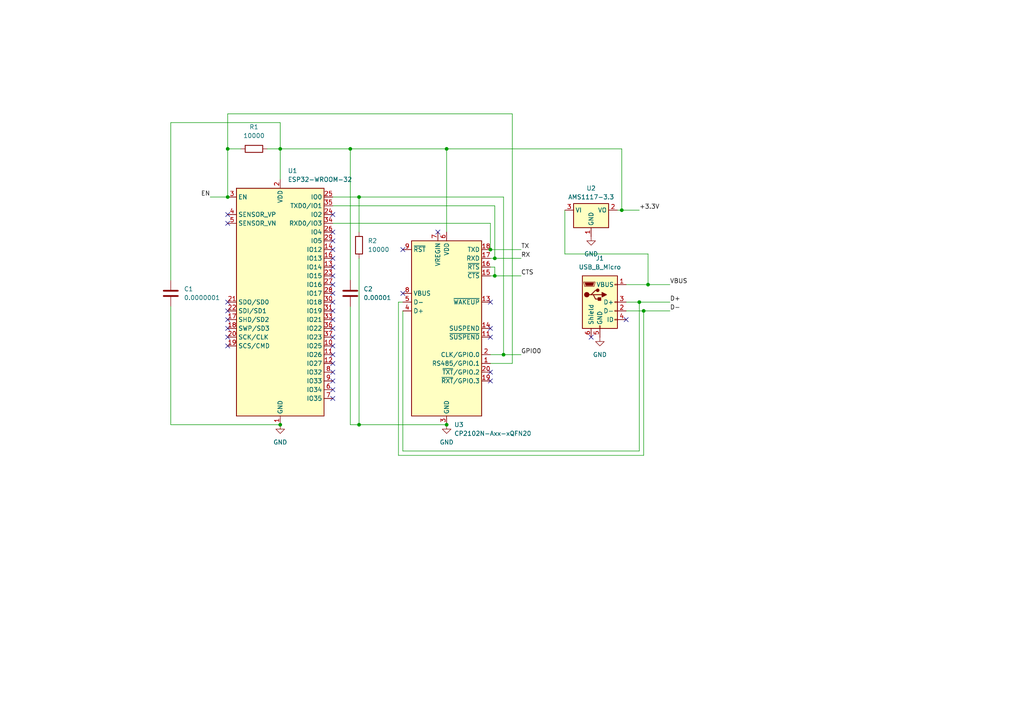
<source format=kicad_sch>
(kicad_sch (version 20231120) (generator "eeschema") (generator_version "8.0")
  (paper "A4")
  (lib_symbols
    (symbol "Connector:USB_B_Micro" (pin_names (offset 1.016))
      (property "Reference" "J" (at -5.08 11.43 0))
      (property "Value" "USB_B_Micro" (at -5.08 8.89 0))
      (symbol "USB_B_Micro_0_1"
        (rectangle (start -5.08 -7.62) (end 5.08 7.62) (stroke (width 0.254)) (fill (type background)))
        (circle (center -3.81 2.159) (radius 0.635) (stroke (width 0.254)) (fill (type outline)))
        (circle (center -0.635 3.429) (radius 0.381) (stroke (width 0.254)) (fill (type outline)))
        (rectangle (start -0.127 -7.62) (end 0.127 -6.858))
        (polyline (pts (xy -1.905 2.159) (xy 0.635 2.159)) (stroke (width 0.254)))
        (polyline (pts (xy -3.175 2.159) (xy -2.54 2.159) (xy -1.27 3.429) (xy -0.635 3.429)) (stroke (width 0.254)))
        (polyline (pts (xy -2.54 2.159) (xy -1.905 2.159) (xy -1.27 0.889) (xy 0 0.889)) (stroke (width 0.254)))
        (polyline (pts (xy 0.635 2.794) (xy 0.635 1.524) (xy 1.905 2.159) (xy 0.635 2.794)) (stroke (width 0.254)) (fill (type outline)))
        (polyline (pts (xy -4.318 5.588) (xy -1.778 5.588) (xy -2.032 4.826) (xy -4.064 4.826) (xy -4.318 5.588)) (fill (type outline)))
        (polyline (pts (xy -4.699 5.842) (xy -4.699 5.588) (xy -4.445 4.826) (xy -4.445 4.572) (xy -1.651 4.572) (xy -1.651 4.826) (xy -1.397 5.588) (xy -1.397 5.842) (xy -4.699 5.842)))
        (rectangle (start 0.254 1.27) (end -0.508 0.508) (stroke (width 0.254)) (fill (type outline)))
        (rectangle (start 5.08 -5.207) (end 4.318 -4.953))
        (rectangle (start 5.08 -2.667) (end 4.318 -2.413))
        (rectangle (start 5.08 -0.127) (end 4.318 0.127))
        (rectangle (start 5.08 4.953) (end 4.318 5.207))
      )
      (symbol "USB_B_Micro_1_1"
        (pin power_out line (at 7.62 5.08 180) (length 2.54) (name "VBUS") (number "1"))
        (pin bidirectional line (at 7.62 -2.54 180) (length 2.54) (name "D-") (number "2"))
        (pin bidirectional line (at 7.62 0 180) (length 2.54) (name "D+") (number "3"))
        (pin passive line (at 7.62 -5.08 180) (length 2.54) (name "ID") (number "4"))
        (pin power_out line (at 0 -10.16 90) (length 2.54) (name "GND") (number "5"))
        (pin passive line (at -2.54 -10.16 90) (length 2.54) (name "Shield") (number "6"))
      )
    )
    (symbol "Device:C" (pin_numbers hide) (pin_names (offset 0.254))
      (property "Reference" "C" (at 0.635 2.54 0))
      (property "Value" "C" (at 0.635 -2.54 0))
      (symbol "C_0_1"
        (polyline (pts (xy -2.032 -0.762) (xy 2.032 -0.762)) (stroke (width 0.508)))
        (polyline (pts (xy -2.032 0.762) (xy 2.032 0.762)) (stroke (width 0.508)))
      )
      (symbol "C_1_1"
        (pin passive line (at 0 3.81 270) (length 2.794) (name "~") (number "1"))
        (pin passive line (at 0 -3.81 90) (length 2.794) (name "~") (number "2"))
      )
    )
    (symbol "Device:R" (pin_numbers hide) (pin_names (offset 0))
      (property "Reference" "R" (at 2.032 0 90))
      (property "Value" "R" (at 0 0 90))
      (symbol "R_0_1"
        (rectangle (start -1.016 -2.54) (end 1.016 2.54) (stroke (width 0.254)))
      )
      (symbol "R_1_1"
        (pin passive line (at 0 3.81 270) (length 1.27) (name "~") (number "1"))
        (pin passive line (at 0 -3.81 90) (length 1.27) (name "~") (number "2"))
      )
    )
    (symbol "Interface_USB:CP2102N-Axx-xQFN20"
      (property "Reference" "U" (at -8.89 26.67 0))
      (property "Value" "CP2102N-Axx-xQFN20" (at 12.7 26.67 0))
      (symbol "CP2102N-Axx-xQFN20_0_1"
        (rectangle (start -10.16 25.4) (end 10.16 -25.4) (stroke (width 0.254)) (fill (type background)))
      )
      (symbol "CP2102N-Axx-xQFN20_1_1"
        (pin bidirectional line (at 12.7 -10.16 180) (length 2.54) (name "RS485/GPIO.1") (number "1"))
        (pin no_connect line (at -10.16 -22.86 0) (length 2.54) hide (name "NC") (number "10"))
        (pin output line (at 12.7 -2.54 180) (length 2.54) (name "~{SUSPEND}") (number "11"))
        (pin passive line (at 0 -27.94 90) (length 2.54) hide (name "GND") (number "12"))
        (pin input line (at 12.7 7.62 180) (length 2.54) (name "~{WAKEUP}") (number "13"))
        (pin output line (at 12.7 0 180) (length 2.54) (name "SUSPEND") (number "14"))
        (pin input line (at 12.7 15.24 180) (length 2.54) (name "~{CTS}") (number "15"))
        (pin output line (at 12.7 17.78 180) (length 2.54) (name "~{RTS}") (number "16"))
        (pin input line (at 12.7 20.32 180) (length 2.54) (name "RXD") (number "17"))
        (pin output line (at 12.7 22.86 180) (length 2.54) (name "TXD") (number "18"))
        (pin bidirectional line (at 12.7 -15.24 180) (length 2.54) (name "~{RXT}/GPIO.3") (number "19"))
        (pin bidirectional line (at 12.7 -7.62 180) (length 2.54) (name "CLK/GPIO.0") (number "2"))
        (pin bidirectional line (at 12.7 -12.7 180) (length 2.54) (name "~{TXT}/GPIO.2") (number "20"))
        (pin passive line (at 0 -27.94 90) (length 2.54) hide (name "GND") (number "21"))
        (pin power_in line (at 0 -27.94 90) (length 2.54) (name "GND") (number "3"))
        (pin bidirectional line (at -12.7 5.08 0) (length 2.54) (name "D+") (number "4"))
        (pin bidirectional line (at -12.7 7.62 0) (length 2.54) (name "D-") (number "5"))
        (pin power_in line (at 0 27.94 270) (length 2.54) (name "VDD") (number "6"))
        (pin power_in line (at -2.54 27.94 270) (length 2.54) (name "VREGIN") (number "7"))
        (pin input line (at -12.7 10.16 0) (length 2.54) (name "VBUS") (number "8"))
        (pin input line (at -12.7 22.86 0) (length 2.54) (name "~{RST}") (number "9"))
      )
    )
    (symbol "RF_Module:ESP32-WROOM-32"
      (property "Reference" "U" (at -12.7 34.29 0))
      (property "Value" "ESP32-WROOM-32" (at 1.27 34.29 0))
      (symbol "ESP32-WROOM-32_0_1"
        (rectangle (start -12.7 33.02) (end 12.7 -33.02) (stroke (width 0.254)) (fill (type background)))
      )
      (symbol "ESP32-WROOM-32_1_1"
        (pin power_in line (at 0 -35.56 90) (length 2.54) (name "GND") (number "1"))
        (pin bidirectional line (at 15.24 -12.7 180) (length 2.54) (name "IO25") (number "10"))
        (pin bidirectional line (at 15.24 -15.24 180) (length 2.54) (name "IO26") (number "11"))
        (pin bidirectional line (at 15.24 -17.78 180) (length 2.54) (name "IO27") (number "12"))
        (pin bidirectional line (at 15.24 10.16 180) (length 2.54) (name "IO14") (number "13"))
        (pin bidirectional line (at 15.24 15.24 180) (length 2.54) (name "IO12") (number "14"))
        (pin passive line (at 0 -35.56 90) (length 2.54) hide (name "GND") (number "15"))
        (pin bidirectional line (at 15.24 12.7 180) (length 2.54) (name "IO13") (number "16"))
        (pin bidirectional line (at -15.24 -5.08 0) (length 2.54) (name "SHD/SD2") (number "17"))
        (pin bidirectional line (at -15.24 -7.62 0) (length 2.54) (name "SWP/SD3") (number "18"))
        (pin bidirectional line (at -15.24 -12.7 0) (length 2.54) (name "SCS/CMD") (number "19"))
        (pin power_in line (at 0 35.56 270) (length 2.54) (name "VDD") (number "2"))
        (pin bidirectional line (at -15.24 -10.16 0) (length 2.54) (name "SCK/CLK") (number "20"))
        (pin bidirectional line (at -15.24 0 0) (length 2.54) (name "SDO/SD0") (number "21"))
        (pin bidirectional line (at -15.24 -2.54 0) (length 2.54) (name "SDI/SD1") (number "22"))
        (pin bidirectional line (at 15.24 7.62 180) (length 2.54) (name "IO15") (number "23"))
        (pin bidirectional line (at 15.24 25.4 180) (length 2.54) (name "IO2") (number "24"))
        (pin bidirectional line (at 15.24 30.48 180) (length 2.54) (name "IO0") (number "25"))
        (pin bidirectional line (at 15.24 20.32 180) (length 2.54) (name "IO4") (number "26"))
        (pin bidirectional line (at 15.24 5.08 180) (length 2.54) (name "IO16") (number "27"))
        (pin bidirectional line (at 15.24 2.54 180) (length 2.54) (name "IO17") (number "28"))
        (pin bidirectional line (at 15.24 17.78 180) (length 2.54) (name "IO5") (number "29"))
        (pin input line (at -15.24 30.48 0) (length 2.54) (name "EN") (number "3"))
        (pin bidirectional line (at 15.24 0 180) (length 2.54) (name "IO18") (number "30"))
        (pin bidirectional line (at 15.24 -2.54 180) (length 2.54) (name "IO19") (number "31"))
        (pin no_connect line (at -12.7 -27.94 0) (length 2.54) hide (name "NC") (number "32"))
        (pin bidirectional line (at 15.24 -5.08 180) (length 2.54) (name "IO21") (number "33"))
        (pin bidirectional line (at 15.24 22.86 180) (length 2.54) (name "RXD0/IO3") (number "34"))
        (pin bidirectional line (at 15.24 27.94 180) (length 2.54) (name "TXD0/IO1") (number "35"))
        (pin bidirectional line (at 15.24 -7.62 180) (length 2.54) (name "IO22") (number "36"))
        (pin bidirectional line (at 15.24 -10.16 180) (length 2.54) (name "IO23") (number "37"))
        (pin passive line (at 0 -35.56 90) (length 2.54) hide (name "GND") (number "38"))
        (pin passive line (at 0 -35.56 90) (length 2.54) hide (name "GND") (number "39"))
        (pin input line (at -15.24 25.4 0) (length 2.54) (name "SENSOR_VP") (number "4"))
        (pin input line (at -15.24 22.86 0) (length 2.54) (name "SENSOR_VN") (number "5"))
        (pin input line (at 15.24 -25.4 180) (length 2.54) (name "IO34") (number "6"))
        (pin input line (at 15.24 -27.94 180) (length 2.54) (name "IO35") (number "7"))
        (pin bidirectional line (at 15.24 -20.32 180) (length 2.54) (name "IO32") (number "8"))
        (pin bidirectional line (at 15.24 -22.86 180) (length 2.54) (name "IO33") (number "9"))
      )
    )
    (symbol "Regulator_Linear:AMS1117-3.3"
      (property "Reference" "U" (at -3.81 3.175 0))
      (property "Value" "AMS1117-3.3" (at 0 3.175 0))
      (symbol "AMS1117-3.3_0_1"
        (rectangle (start -5.08 -5.08) (end 5.08 1.905) (stroke (width 0.254)) (fill (type background)))
      )
      (symbol "AMS1117-3.3_1_1"
        (pin power_in line (at 0 -7.62 90) (length 2.54) (name "GND") (number "1"))
        (pin power_out line (at 7.62 0 180) (length 2.54) (name "VO") (number "2"))
        (pin power_in line (at -7.62 0 0) (length 2.54) (name "VI") (number "3"))
      )
    )
    (symbol "power:GND" (power) (pin_numbers hide) (pin_names (offset 0) hide)
      (property "Value" "GND" (at 0 -3.81 0))
      (symbol "GND_0_1"
        (polyline (pts (xy 0 0) (xy 0 -1.27) (xy 1.27 -1.27) (xy 0 -2.54) (xy -1.27 -1.27) (xy 0 -1.27)))
      )
      (symbol "GND_1_1"
        (pin power_in line (at 0 0 270) (length 0) (name "~") (number "1"))
      )
    )
  )
  (junction (at 66.04 57.15))
  (junction (at 81.28 43.18))
  (junction (at 146.05 102.87))
  (junction (at 66.04 43.18))
  (junction (at 187.96 82.55))
  (junction (at 143.51 74.93))
  (junction (at 186.69 90.17))
  (junction (at 129.54 123.19))
  (junction (at 142.24 72.39))
  (junction (at 180.34 60.96))
  (junction (at 104.14 123.19))
  (junction (at 129.54 43.18))
  (junction (at 101.6 43.18))
  (junction (at 81.28 123.19))
  (junction (at 185.42 87.63))
  (junction (at 104.14 57.15))
  (junction (at 143.51 80.01))
  (no_connect (at 96.52 95.25))
  (no_connect (at 96.52 87.63))
  (no_connect (at 96.52 102.87))
  (no_connect (at 96.52 77.47))
  (no_connect (at 66.04 87.63))
  (no_connect (at 96.52 85.09))
  (no_connect (at 96.52 74.93))
  (no_connect (at 96.52 100.33))
  (no_connect (at 96.52 97.79))
  (no_connect (at 96.52 92.71))
  (no_connect (at 66.04 62.23))
  (no_connect (at 66.04 64.77))
  (no_connect (at 66.04 92.71))
  (no_connect (at 96.52 90.17))
  (no_connect (at 96.52 80.01))
  (no_connect (at 127 67.31))
  (no_connect (at 116.84 85.09))
  (no_connect (at 66.04 100.33))
  (no_connect (at 66.04 95.25))
  (no_connect (at 96.52 62.23))
  (no_connect (at 66.04 97.79))
  (no_connect (at 142.24 87.63))
  (no_connect (at 96.52 72.39))
  (no_connect (at 142.24 107.95))
  (no_connect (at 171.45 97.79))
  (no_connect (at 116.84 72.39))
  (no_connect (at 96.52 69.85))
  (no_connect (at 66.04 90.17))
  (no_connect (at 96.52 113.03))
  (no_connect (at 142.24 110.49))
  (no_connect (at 181.61 92.71))
  (no_connect (at 142.24 97.79))
  (no_connect (at 96.52 105.41))
  (no_connect (at 96.52 82.55))
  (no_connect (at 96.52 115.57))
  (no_connect (at 96.52 67.31))
  (no_connect (at 142.24 95.25))
  (no_connect (at 96.52 107.95))
  (no_connect (at 96.52 110.49))
  (wire (pts (xy 181.61 87.63) (xy 185.42 87.63)))
  (wire (pts (xy 129.54 43.18) (xy 180.34 43.18)))
  (wire (pts (xy 146.05 57.15) (xy 146.05 102.87)))
  (wire (pts (xy 66.04 43.18) (xy 66.04 57.15)))
  (wire (pts (xy 49.53 88.9) (xy 49.53 123.19)))
  (wire (pts (xy 81.28 43.18) (xy 101.6 43.18)))
  (wire (pts (xy 115.57 132.08) (xy 115.57 87.63)))
  (wire (pts (xy 163.83 73.66) (xy 187.96 73.66)))
  (wire (pts (xy 104.14 57.15) (xy 146.05 57.15)))
  (wire (pts (xy 143.51 77.47) (xy 143.51 80.01)))
  (wire (pts (xy 142.24 105.41) (xy 148.59 105.41)))
  (wire (pts (xy 116.84 130.81) (xy 116.84 90.17)))
  (wire (pts (xy 142.24 102.87) (xy 146.05 102.87)))
  (wire (pts (xy 104.14 57.15) (xy 104.14 67.31)))
  (wire (pts (xy 148.59 105.41) (xy 148.59 33.02)))
  (wire (pts (xy 163.83 73.66) (xy 163.83 60.96)))
  (wire (pts (xy 77.47 43.18) (xy 81.28 43.18)))
  (wire (pts (xy 181.61 82.55) (xy 187.96 82.55)))
  (wire (pts (xy 186.69 90.17) (xy 186.69 132.08)))
  (wire (pts (xy 185.42 130.81) (xy 116.84 130.81)))
  (wire (pts (xy 96.52 57.15) (xy 104.14 57.15)))
  (wire (pts (xy 186.69 90.17) (xy 194.31 90.17)))
  (wire (pts (xy 143.51 59.69) (xy 143.51 74.93)))
  (wire (pts (xy 186.69 132.08) (xy 115.57 132.08)))
  (wire (pts (xy 180.34 60.96) (xy 185.42 60.96)))
  (wire (pts (xy 148.59 33.02) (xy 66.04 33.02)))
  (wire (pts (xy 96.52 59.69) (xy 143.51 59.69)))
  (wire (pts (xy 66.04 33.02) (xy 66.04 43.18)))
  (wire (pts (xy 142.24 74.93) (xy 143.51 74.93)))
  (wire (pts (xy 181.61 90.17) (xy 186.69 90.17)))
  (wire (pts (xy 81.28 35.56) (xy 81.28 43.18)))
  (wire (pts (xy 185.42 87.63) (xy 194.31 87.63)))
  (wire (pts (xy 180.34 43.18) (xy 180.34 60.96)))
  (wire (pts (xy 142.24 72.39) (xy 151.13 72.39)))
  (wire (pts (xy 129.54 43.18) (xy 129.54 67.31)))
  (wire (pts (xy 143.51 80.01) (xy 151.13 80.01)))
  (wire (pts (xy 143.51 80.01) (xy 142.24 80.01)))
  (wire (pts (xy 142.24 72.39) (xy 142.24 64.77)))
  (wire (pts (xy 142.24 77.47) (xy 143.51 77.47)))
  (wire (pts (xy 115.57 87.63) (xy 116.84 87.63)))
  (wire (pts (xy 185.42 87.63) (xy 185.42 130.81)))
  (wire (pts (xy 49.53 35.56) (xy 49.53 81.28)))
  (wire (pts (xy 101.6 43.18) (xy 129.54 43.18)))
  (wire (pts (xy 60.96 57.15) (xy 66.04 57.15)))
  (wire (pts (xy 81.28 52.07) (xy 81.28 43.18)))
  (wire (pts (xy 180.34 60.96) (xy 179.07 60.96)))
  (wire (pts (xy 101.6 88.9) (xy 101.6 123.19)))
  (wire (pts (xy 66.04 43.18) (xy 69.85 43.18)))
  (wire (pts (xy 101.6 123.19) (xy 104.14 123.19)))
  (wire (pts (xy 187.96 82.55) (xy 194.31 82.55)))
  (wire (pts (xy 146.05 102.87) (xy 151.13 102.87)))
  (wire (pts (xy 101.6 43.18) (xy 101.6 81.28)))
  (wire (pts (xy 49.53 123.19) (xy 81.28 123.19)))
  (wire (pts (xy 104.14 123.19) (xy 129.54 123.19)))
  (wire (pts (xy 187.96 73.66) (xy 187.96 82.55)))
  (wire (pts (xy 143.51 74.93) (xy 151.13 74.93)))
  (wire (pts (xy 49.53 35.56) (xy 81.28 35.56)))
  (wire (pts (xy 96.52 64.77) (xy 142.24 64.77)))
  (wire (pts (xy 104.14 74.93) (xy 104.14 123.19)))
  (label "D+" (at 194.31 87.63 0))
  (label "RX" (at 151.13 74.93 0))
  (label "D-" (at 194.31 90.17 0))
  (label "TX" (at 151.13 72.39 0))
  (label "GPIO0" (at 151.13 102.87 0))
  (label "EN" (at 60.96 57.15 180))
  (label "+3.3V" (at 185.42 60.96 0))
  (label "CTS" (at 151.13 80.01 0))
  (label "VBUS" (at 194.31 82.55 0))
  (symbol (lib_id "power:GND") (at 81.28 123.19 0) (unit 1)
    (property "Reference" "#PWR4" (effects (hide yes)))
    (property "Value" "GND" (at 81.28 128.27 0))
    (property "Description" "Power symbol creates a global label with name \"GND\" , ground" (effects (hide yes)))
  )
  (symbol (lib_id "Device:C") (at 101.6 85.09 0) (unit 1)
    (property "Reference" "C2" (at 105.41 83.8199 0) (effects (justify left)))
    (property "Value" "0.00001" (at 105.41 86.3599 0) (effects (justify left)))
    (property "Footprint" "Capacitor_THT:C_Radial_D6.3mm_H11.0mm_P2.50mm" (effects (hide yes)))
    (property "Description" "Unpolarized capacitor" (effects (hide yes)))
  )
  (symbol (lib_id "Device:C") (at 49.53 85.09 0) (unit 1)
    (property "Reference" "C1" (at 53.34 83.8199 0) (effects (justify left)))
    (property "Value" "0.0000001" (at 53.34 86.3599 0) (effects (justify left)))
    (property "Footprint" "Capacitor_THT:C_Radial_D6.3mm_H11.0mm_P2.50mm" (effects (hide yes)))
    (property "Description" "Unpolarized capacitor" (effects (hide yes)))
  )
  (symbol (lib_id "power:GND") (at 171.45 68.58 0) (unit 1)
    (property "Reference" "#PWR2" (effects (hide yes)))
    (property "Value" "GND" (at 171.45 73.66 0))
    (property "Description" "Power symbol creates a global label with name \"GND\" , ground" (effects (hide yes)))
  )
  (symbol (lib_id "Regulator_Linear:AMS1117-3.3") (at 171.45 60.96 0) (unit 1)
    (property "Reference" "U2" (at 171.45 54.61 0))
    (property "Value" "AMS1117-3.3" (at 171.45 57.15 0))
    (property "Footprint" "Package_TO_SOT_SMD:SOT-223-3_TabPin2" (effects (hide yes)))
    (property "Datasheet" "http://www.advanced-monolithic.com/pdf/ds1117.pdf" (effects (hide yes)))
    (property "Description" "1A Low Dropout regulator, positive, 3.3V fixed output, SOT-223" (effects (hide yes)))
  )
  (symbol (lib_id "Interface_USB:CP2102N-Axx-xQFN20") (at 129.54 95.25 0) (unit 1)
    (property "Reference" "U3" (at 131.7341 123.19 0) (effects (justify left)))
    (property "Value" "CP2102N-Axx-xQFN20" (at 131.7341 125.73 0) (effects (justify left)))
    (property "Footprint" "Package_DFN_QFN:SiliconLabs_QFN-20-1EP_3x3mm_P0.5mm_EP1.8x1.8mm" (effects (hide yes)))
    (property "Datasheet" "https://www.silabs.com/documents/public/data-sheets/cp2102n-datasheet.pdf" (effects (hide yes)))
    (property "Description" "USB to UART master bridge, QFN-20" (effects (hide yes)))
  )
  (symbol (lib_id "Device:R") (at 104.14 71.12 180) (unit 1)
    (property "Reference" "R2" (at 106.68 69.8499 0) (effects (justify right)))
    (property "Value" "10000" (at 106.68 72.3899 0) (effects (justify right)))
    (property "Footprint" "Resistor_THT:R_Axial_DIN0204_L3.6mm_D1.6mm_P5.08mm_Vertical" (effects (hide yes)))
    (property "Description" "Resistor" (effects (hide yes)))
  )
  (symbol (lib_id "power:GND") (at 173.99 97.79 0) (unit 1)
    (property "Reference" "#PWR1" (effects (hide yes)))
    (property "Value" "GND" (at 173.99 102.87 0))
    (property "Description" "Power symbol creates a global label with name \"GND\" , ground" (effects (hide yes)))
  )
  (symbol (lib_id "RF_Module:ESP32-WROOM-32") (at 81.28 87.63 0) (unit 1)
    (property "Reference" "U1" (at 83.4741 49.53 0) (effects (justify left)))
    (property "Value" "ESP32-WROOM-32" (at 83.4741 52.07 0) (effects (justify left)))
    (property "Footprint" "RF_Module:ESP32-WROOM-32" (effects (hide yes)))
    (property "Datasheet" "https://www.espressif.com/sites/default/files/documentation/esp32-wroom-32_datasheet_en.pdf" (effects (hide yes)))
    (property "Description" "RF Module, ESP32-D0WDQ6 SoC, Wi-Fi 802.11b/g/n, Bluetooth, BLE, 32-bit, 2.7-3.6V, onboard antenna, SMD" (effects (hide yes)))
  )
  (symbol (lib_id "Device:R") (at 73.66 43.18 90) (unit 1)
    (property "Reference" "R1" (at 73.66 36.83 90))
    (property "Value" "10000" (at 73.66 39.37 90))
    (property "Footprint" "Resistor_THT:R_Axial_DIN0204_L3.6mm_D1.6mm_P5.08mm_Vertical" (effects (hide yes)))
    (property "Description" "Resistor" (effects (hide yes)))
  )
  (symbol (lib_id "Connector:USB_B_Micro") (at 173.99 87.63 0) (unit 1)
    (property "Reference" "J1" (at 173.99 74.93 0))
    (property "Value" "USB_B_Micro" (at 173.99 77.47 0))
    (property "Footprint" "Connector_USB:USB_Micro-B_Molex-105017-0001" (effects (hide yes)))
    (property "Description" "USB Micro Type B connector" (effects (hide yes)))
  )
  (symbol (lib_id "power:GND") (at 129.54 123.19 0) (unit 1)
    (property "Reference" "#PWR3" (effects (hide yes)))
    (property "Value" "GND" (at 129.54 128.27 0))
    (property "Description" "Power symbol creates a global label with name \"GND\" , ground" (effects (hide yes)))
  )
)
</source>
